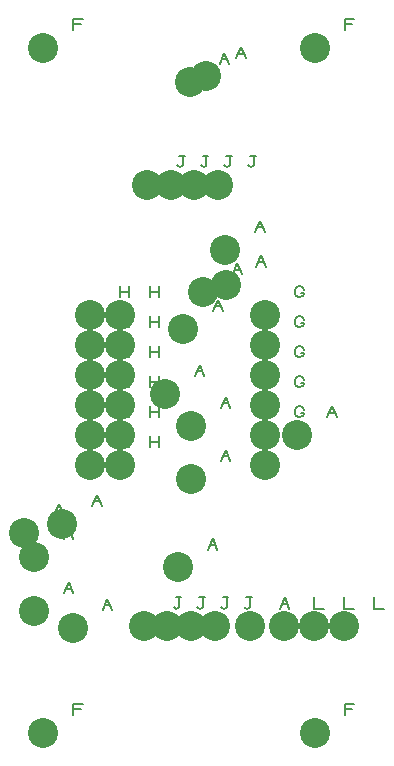
<source format=gbr>
G04 DesignSpark PCB PRO Gerber Version 10.0 Build 5299*
G04 #@! TF.Part,Single*
G04 #@! TF.FileFunction,Drillmap*
G04 #@! TF.FilePolarity,Positive*
%FSLAX36Y36*%
%MOIN*%
%ADD26C,0.00500*%
G04 #@! TA.AperFunction,ViaPad*
%ADD25C,0.10000*%
G04 #@! TD.AperFunction*
X0Y0D02*
D02*
D25*
X216535Y905512D03*
X248031Y645669D03*
Y826772D03*
X279528Y240157D03*
Y2523622D03*
X342520Y937008D03*
X377953Y590551D03*
X435433Y1131890D03*
Y1231890D03*
Y1331890D03*
Y1431890D03*
Y1531890D03*
Y1631890D03*
X535433Y1131890D03*
Y1231890D03*
Y1331890D03*
Y1431890D03*
Y1531890D03*
Y1631890D03*
X614173Y594488D03*
X625984Y2066929D03*
X685039Y1370079D03*
X692913Y594488D03*
X704724Y2066929D03*
X728346Y791339D03*
X746063Y1586614D03*
X767717Y2409449D03*
X771654Y594488D03*
Y1086614D03*
Y1263780D03*
X783465Y2066929D03*
X811024Y1708661D03*
X822835Y2429134D03*
X850394Y594488D03*
X862205Y2066929D03*
X885827Y1850394D03*
X889764Y1734252D03*
X968504Y594488D03*
X1017717Y1131890D03*
Y1231890D03*
Y1331890D03*
Y1431890D03*
Y1531890D03*
Y1631890D03*
X1082677Y594488D03*
X1125984Y1232283D03*
X1182677Y594488D03*
X1185039Y240157D03*
Y2523622D03*
X1282677Y594488D03*
D02*
D26*
X316535Y964886D02*
X332161Y1002386D01*
X347787Y964886D01*
X322787Y980512D02*
X341535D01*
X348031Y705043D02*
X363657Y742543D01*
X379283Y705043D01*
X354283Y720669D02*
X373031D01*
X348031Y886146D02*
X363657Y923646D01*
X379283Y886146D01*
X354283Y901772D02*
X373031D01*
X379528Y299531D02*
Y337031D01*
X410780D01*
X404528Y318283D02*
X379528D01*
Y2582996D02*
Y2620496D01*
X410780D01*
X404528Y2601748D02*
X379528D01*
X442520Y996382D02*
X458146Y1033882D01*
X473772Y996382D01*
X448772Y1012008D02*
X467520D01*
X477953Y649925D02*
X493579Y687425D01*
X509205Y649925D01*
X484205Y665551D02*
X502953D01*
X535433Y1191264D02*
Y1228764D01*
Y1210016D02*
X566685D01*
Y1191264D02*
Y1228764D01*
X535433Y1291264D02*
Y1328764D01*
Y1310016D02*
X566685D01*
Y1291264D02*
Y1328764D01*
X535433Y1391264D02*
Y1428764D01*
Y1410016D02*
X566685D01*
Y1391264D02*
Y1428764D01*
X535433Y1491264D02*
Y1528764D01*
Y1510016D02*
X566685D01*
Y1491264D02*
Y1528764D01*
X535433Y1591264D02*
Y1628764D01*
Y1610016D02*
X566685D01*
Y1591264D02*
Y1628764D01*
X535433Y1691264D02*
Y1728764D01*
Y1710016D02*
X566685D01*
Y1691264D02*
Y1728764D01*
X635433Y1191264D02*
Y1228764D01*
Y1210016D02*
X666685D01*
Y1191264D02*
Y1228764D01*
X635433Y1291264D02*
Y1328764D01*
Y1310016D02*
X666685D01*
Y1291264D02*
Y1328764D01*
X635433Y1391264D02*
Y1428764D01*
Y1410016D02*
X666685D01*
Y1391264D02*
Y1428764D01*
X635433Y1491264D02*
Y1528764D01*
Y1510016D02*
X666685D01*
Y1491264D02*
Y1528764D01*
X635433Y1591264D02*
Y1628764D01*
Y1610016D02*
X666685D01*
Y1591264D02*
Y1628764D01*
X635433Y1691264D02*
Y1728764D01*
Y1710016D02*
X666685D01*
Y1691264D02*
Y1728764D01*
X714173Y660114D02*
X717299Y656988D01*
X723547Y653862D01*
X729799Y656988D01*
X732925Y660114D01*
Y691362D01*
X739173D01*
X732925D02*
X720425D01*
X725984Y2132555D02*
X729110Y2129429D01*
X735358Y2126303D01*
X741610Y2129429D01*
X744736Y2132555D01*
Y2163803D01*
X750984D01*
X744736D02*
X732236D01*
X785039Y1429453D02*
X800665Y1466953D01*
X816291Y1429453D01*
X791291Y1445079D02*
X810039D01*
X792913Y660114D02*
X796039Y656988D01*
X802287Y653862D01*
X808539Y656988D01*
X811665Y660114D01*
Y691362D01*
X817913D01*
X811665D02*
X799165D01*
X804724Y2132555D02*
X807850Y2129429D01*
X814098Y2126303D01*
X820350Y2129429D01*
X823476Y2132555D01*
Y2163803D01*
X829724D01*
X823476D02*
X810976D01*
X828346Y850713D02*
X843972Y888213D01*
X859598Y850713D01*
X834598Y866339D02*
X853346D01*
X846063Y1645988D02*
X861689Y1683488D01*
X877315Y1645988D01*
X852315Y1661614D02*
X871063D01*
X867717Y2468823D02*
X883343Y2506323D01*
X898969Y2468823D01*
X873969Y2484449D02*
X892717D01*
X871654Y660114D02*
X874780Y656988D01*
X881028Y653862D01*
X887280Y656988D01*
X890406Y660114D01*
Y691362D01*
X896654D01*
X890406D02*
X877906D01*
X871654Y1145988D02*
X887280Y1183488D01*
X902906Y1145988D01*
X877906Y1161614D02*
X896654D01*
X871654Y1323154D02*
X887280Y1360654D01*
X902906Y1323154D01*
X877906Y1338780D02*
X896654D01*
X883465Y2132555D02*
X886591Y2129429D01*
X892839Y2126303D01*
X899091Y2129429D01*
X902217Y2132555D01*
Y2163803D01*
X908465D01*
X902217D02*
X889717D01*
X911024Y1768035D02*
X926650Y1805535D01*
X942276Y1768035D01*
X917276Y1783661D02*
X936024D01*
X922835Y2488508D02*
X938461Y2526008D01*
X954087Y2488508D01*
X929087Y2504134D02*
X947835D01*
X950394Y660114D02*
X953520Y656988D01*
X959768Y653862D01*
X966020Y656988D01*
X969146Y660114D01*
Y691362D01*
X975394D01*
X969146D02*
X956646D01*
X962205Y2132555D02*
X965331Y2129429D01*
X971579Y2126303D01*
X977831Y2129429D01*
X980957Y2132555D01*
Y2163803D01*
X987205D01*
X980957D02*
X968457D01*
X985827Y1909768D02*
X1001453Y1947268D01*
X1017079Y1909768D01*
X992079Y1925394D02*
X1010827D01*
X989764Y1793626D02*
X1005390Y1831126D01*
X1021016Y1793626D01*
X996016Y1809252D02*
X1014764D01*
X1068504Y653862D02*
X1084130Y691362D01*
X1099756Y653862D01*
X1074756Y669488D02*
X1093504D01*
X1139591Y1206890D02*
X1148969D01*
Y1203764D01*
X1145843Y1197516D01*
X1142717Y1194390D01*
X1136469Y1191264D01*
X1130217D01*
X1123969Y1194390D01*
X1120843Y1197516D01*
X1117717Y1203764D01*
Y1216264D01*
X1120843Y1222516D01*
X1123969Y1225642D01*
X1130217Y1228764D01*
X1136469D01*
X1142717Y1225642D01*
X1145843Y1222516D01*
X1148969Y1216264D01*
X1139591Y1306890D02*
X1148969D01*
Y1303764D01*
X1145843Y1297516D01*
X1142717Y1294390D01*
X1136469Y1291264D01*
X1130217D01*
X1123969Y1294390D01*
X1120843Y1297516D01*
X1117717Y1303764D01*
Y1316264D01*
X1120843Y1322516D01*
X1123969Y1325642D01*
X1130217Y1328764D01*
X1136469D01*
X1142717Y1325642D01*
X1145843Y1322516D01*
X1148969Y1316264D01*
X1139591Y1406890D02*
X1148969D01*
Y1403764D01*
X1145843Y1397516D01*
X1142717Y1394390D01*
X1136469Y1391264D01*
X1130217D01*
X1123969Y1394390D01*
X1120843Y1397516D01*
X1117717Y1403764D01*
Y1416264D01*
X1120843Y1422516D01*
X1123969Y1425642D01*
X1130217Y1428764D01*
X1136469D01*
X1142717Y1425642D01*
X1145843Y1422516D01*
X1148969Y1416264D01*
X1139591Y1506890D02*
X1148969D01*
Y1503764D01*
X1145843Y1497516D01*
X1142717Y1494390D01*
X1136469Y1491264D01*
X1130217D01*
X1123969Y1494390D01*
X1120843Y1497516D01*
X1117717Y1503764D01*
Y1516264D01*
X1120843Y1522516D01*
X1123969Y1525642D01*
X1130217Y1528764D01*
X1136469D01*
X1142717Y1525642D01*
X1145843Y1522516D01*
X1148969Y1516264D01*
X1139591Y1606890D02*
X1148969D01*
Y1603764D01*
X1145843Y1597516D01*
X1142717Y1594390D01*
X1136469Y1591264D01*
X1130217D01*
X1123969Y1594390D01*
X1120843Y1597516D01*
X1117717Y1603764D01*
Y1616264D01*
X1120843Y1622516D01*
X1123969Y1625642D01*
X1130217Y1628764D01*
X1136469D01*
X1142717Y1625642D01*
X1145843Y1622516D01*
X1148969Y1616264D01*
X1139591Y1706890D02*
X1148969D01*
Y1703764D01*
X1145843Y1697516D01*
X1142717Y1694390D01*
X1136469Y1691264D01*
X1130217D01*
X1123969Y1694390D01*
X1120843Y1697516D01*
X1117717Y1703764D01*
Y1716264D01*
X1120843Y1722516D01*
X1123969Y1725642D01*
X1130217Y1728764D01*
X1136469D01*
X1142717Y1725642D01*
X1145843Y1722516D01*
X1148969Y1716264D01*
X1182677Y691362D02*
Y653862D01*
X1213929D01*
X1225984Y1291657D02*
X1241610Y1329157D01*
X1257236Y1291657D01*
X1232236Y1307283D02*
X1250984D01*
X1282677Y691362D02*
Y653862D01*
X1313929D01*
X1285039Y299531D02*
Y337031D01*
X1316291D01*
X1310039Y318283D02*
X1285039D01*
Y2582996D02*
Y2620496D01*
X1316291D01*
X1310039Y2601748D02*
X1285039D01*
X1382677Y691362D02*
Y653862D01*
X1413929D01*
X0Y0D02*
M02*

</source>
